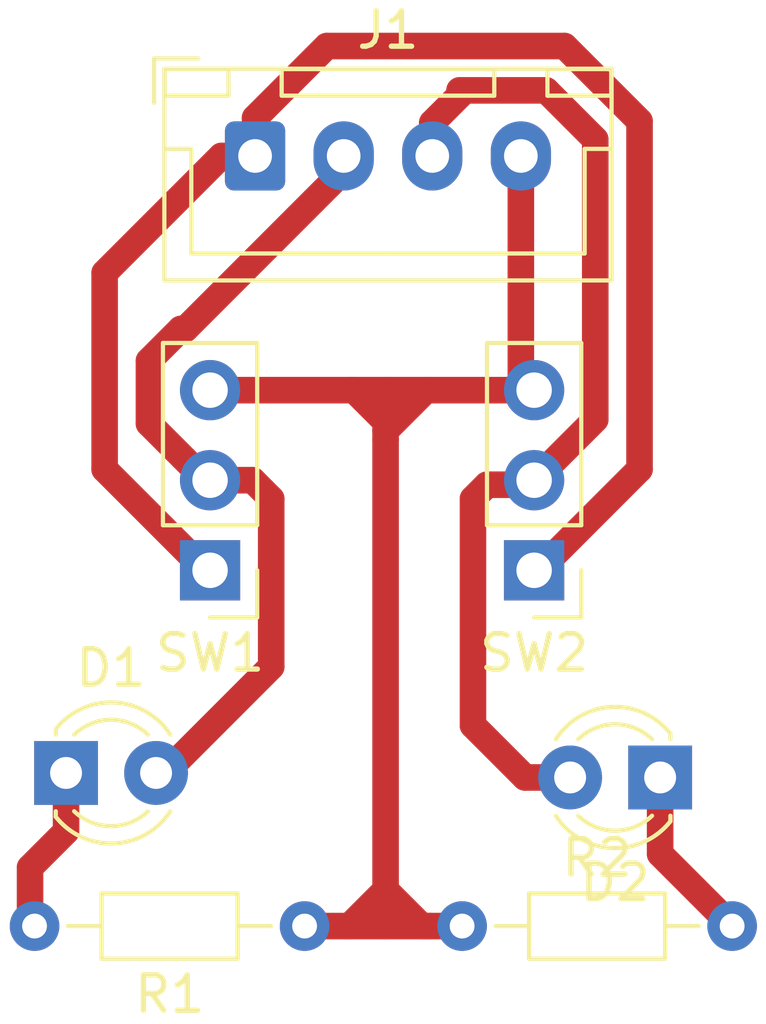
<source format=kicad_pcb>
(kicad_pcb (version 20171130) (host pcbnew "(5.1.0)-1")

  (general
    (thickness 1.6)
    (drawings 0)
    (tracks 62)
    (zones 0)
    (modules 7)
    (nets 7)
  )

  (page A4)
  (layers
    (0 F.Cu signal)
    (31 B.Cu signal)
    (32 B.Adhes user)
    (33 F.Adhes user)
    (34 B.Paste user)
    (35 F.Paste user)
    (36 B.SilkS user)
    (37 F.SilkS user)
    (38 B.Mask user)
    (39 F.Mask user)
    (40 Dwgs.User user)
    (41 Cmts.User user)
    (42 Eco1.User user)
    (43 Eco2.User user)
    (44 Edge.Cuts user)
    (45 Margin user)
    (46 B.CrtYd user)
    (47 F.CrtYd user)
    (48 B.Fab user)
    (49 F.Fab user)
  )

  (setup
    (last_trace_width 0.75)
    (trace_clearance 0.5)
    (zone_clearance 0.508)
    (zone_45_only no)
    (trace_min 0.2)
    (via_size 1.5)
    (via_drill 0.8)
    (via_min_size 0.4)
    (via_min_drill 0.3)
    (uvia_size 0.3)
    (uvia_drill 0.1)
    (uvias_allowed no)
    (uvia_min_size 0.2)
    (uvia_min_drill 0.1)
    (edge_width 0.05)
    (segment_width 0.2)
    (pcb_text_width 0.3)
    (pcb_text_size 1.5 1.5)
    (mod_edge_width 0.12)
    (mod_text_size 1 1)
    (mod_text_width 0.15)
    (pad_size 1.524 1.524)
    (pad_drill 0.762)
    (pad_to_mask_clearance 0.051)
    (solder_mask_min_width 0.25)
    (aux_axis_origin 0 0)
    (visible_elements FFFFFF7F)
    (pcbplotparams
      (layerselection 0x010fc_ffffffff)
      (usegerberextensions false)
      (usegerberattributes false)
      (usegerberadvancedattributes false)
      (creategerberjobfile false)
      (excludeedgelayer true)
      (linewidth 0.100000)
      (plotframeref false)
      (viasonmask false)
      (mode 1)
      (useauxorigin false)
      (hpglpennumber 1)
      (hpglpenspeed 20)
      (hpglpendiameter 15.000000)
      (psnegative false)
      (psa4output false)
      (plotreference true)
      (plotvalue true)
      (plotinvisibletext false)
      (padsonsilk false)
      (subtractmaskfromsilk false)
      (outputformat 1)
      (mirror false)
      (drillshape 1)
      (scaleselection 1)
      (outputdirectory ""))
  )

  (net 0 "")
  (net 1 "Net-(D1-Pad1)")
  (net 2 out1)
  (net 3 out2)
  (net 4 "Net-(D2-Pad1)")
  (net 5 5v)
  (net 6 GND)

  (net_class Default "これはデフォルトのネット クラスです。"
    (clearance 0.5)
    (trace_width 0.75)
    (via_dia 1.5)
    (via_drill 0.8)
    (uvia_dia 0.3)
    (uvia_drill 0.1)
    (add_net 5v)
    (add_net GND)
    (add_net "Net-(D1-Pad1)")
    (add_net "Net-(D2-Pad1)")
    (add_net out1)
    (add_net out2)
  )

  (module LED_THT:LED_D3.0mm (layer F.Cu) (tedit 587A3A7B) (tstamp 6374FD9C)
    (at 177.8 79.883)
    (descr "LED, diameter 3.0mm, 2 pins")
    (tags "LED diameter 3.0mm 2 pins")
    (path /637430F4)
    (fp_text reference D1 (at 1.27 -2.96) (layer F.SilkS)
      (effects (font (size 1 1) (thickness 0.15)))
    )
    (fp_text value LED (at 1.27 2.96) (layer F.Fab)
      (effects (font (size 1 1) (thickness 0.15)))
    )
    (fp_arc (start 1.27 0) (end -0.23 -1.16619) (angle 284.3) (layer F.Fab) (width 0.1))
    (fp_arc (start 1.27 0) (end -0.29 -1.235516) (angle 108.8) (layer F.SilkS) (width 0.12))
    (fp_arc (start 1.27 0) (end -0.29 1.235516) (angle -108.8) (layer F.SilkS) (width 0.12))
    (fp_arc (start 1.27 0) (end 0.229039 -1.08) (angle 87.9) (layer F.SilkS) (width 0.12))
    (fp_arc (start 1.27 0) (end 0.229039 1.08) (angle -87.9) (layer F.SilkS) (width 0.12))
    (fp_circle (center 1.27 0) (end 2.77 0) (layer F.Fab) (width 0.1))
    (fp_line (start -0.23 -1.16619) (end -0.23 1.16619) (layer F.Fab) (width 0.1))
    (fp_line (start -0.29 -1.236) (end -0.29 -1.08) (layer F.SilkS) (width 0.12))
    (fp_line (start -0.29 1.08) (end -0.29 1.236) (layer F.SilkS) (width 0.12))
    (fp_line (start -1.15 -2.25) (end -1.15 2.25) (layer F.CrtYd) (width 0.05))
    (fp_line (start -1.15 2.25) (end 3.7 2.25) (layer F.CrtYd) (width 0.05))
    (fp_line (start 3.7 2.25) (end 3.7 -2.25) (layer F.CrtYd) (width 0.05))
    (fp_line (start 3.7 -2.25) (end -1.15 -2.25) (layer F.CrtYd) (width 0.05))
    (pad 1 thru_hole rect (at 0 0) (size 1.8 1.8) (drill 0.9) (layers *.Cu *.Mask)
      (net 1 "Net-(D1-Pad1)"))
    (pad 2 thru_hole circle (at 2.54 0) (size 1.8 1.8) (drill 0.9) (layers *.Cu *.Mask)
      (net 2 out1))
    (model ${KISYS3DMOD}/LED_THT.3dshapes/LED_D3.0mm.wrl
      (at (xyz 0 0 0))
      (scale (xyz 1 1 1))
      (rotate (xyz 0 0 0))
    )
  )

  (module LED_THT:LED_D3.0mm (layer F.Cu) (tedit 587A3A7B) (tstamp 6374FDAF)
    (at 194.564 80.01 180)
    (descr "LED, diameter 3.0mm, 2 pins")
    (tags "LED diameter 3.0mm 2 pins")
    (path /6374A1BF)
    (fp_text reference D2 (at 1.27 -2.96 180) (layer F.SilkS)
      (effects (font (size 1 1) (thickness 0.15)))
    )
    (fp_text value LED (at 1.27 2.96 180) (layer F.Fab)
      (effects (font (size 1 1) (thickness 0.15)))
    )
    (fp_line (start 3.7 -2.25) (end -1.15 -2.25) (layer F.CrtYd) (width 0.05))
    (fp_line (start 3.7 2.25) (end 3.7 -2.25) (layer F.CrtYd) (width 0.05))
    (fp_line (start -1.15 2.25) (end 3.7 2.25) (layer F.CrtYd) (width 0.05))
    (fp_line (start -1.15 -2.25) (end -1.15 2.25) (layer F.CrtYd) (width 0.05))
    (fp_line (start -0.29 1.08) (end -0.29 1.236) (layer F.SilkS) (width 0.12))
    (fp_line (start -0.29 -1.236) (end -0.29 -1.08) (layer F.SilkS) (width 0.12))
    (fp_line (start -0.23 -1.16619) (end -0.23 1.16619) (layer F.Fab) (width 0.1))
    (fp_circle (center 1.27 0) (end 2.77 0) (layer F.Fab) (width 0.1))
    (fp_arc (start 1.27 0) (end 0.229039 1.08) (angle -87.9) (layer F.SilkS) (width 0.12))
    (fp_arc (start 1.27 0) (end 0.229039 -1.08) (angle 87.9) (layer F.SilkS) (width 0.12))
    (fp_arc (start 1.27 0) (end -0.29 1.235516) (angle -108.8) (layer F.SilkS) (width 0.12))
    (fp_arc (start 1.27 0) (end -0.29 -1.235516) (angle 108.8) (layer F.SilkS) (width 0.12))
    (fp_arc (start 1.27 0) (end -0.23 -1.16619) (angle 284.3) (layer F.Fab) (width 0.1))
    (pad 2 thru_hole circle (at 2.54 0 180) (size 1.8 1.8) (drill 0.9) (layers *.Cu *.Mask)
      (net 3 out2))
    (pad 1 thru_hole rect (at 0 0 180) (size 1.8 1.8) (drill 0.9) (layers *.Cu *.Mask)
      (net 4 "Net-(D2-Pad1)"))
    (model ${KISYS3DMOD}/LED_THT.3dshapes/LED_D3.0mm.wrl
      (at (xyz 0 0 0))
      (scale (xyz 1 1 1))
      (rotate (xyz 0 0 0))
    )
  )

  (module Connector_JST:JST_XH_B4B-XH-A_1x04_P2.50mm_Vertical (layer F.Cu) (tedit 5C28146C) (tstamp 6374FDDA)
    (at 183.134 62.484)
    (descr "JST XH series connector, B4B-XH-A (http://www.jst-mfg.com/product/pdf/eng/eXH.pdf), generated with kicad-footprint-generator")
    (tags "connector JST XH vertical")
    (path /63748153)
    (fp_text reference J1 (at 3.75 -3.55) (layer F.SilkS)
      (effects (font (size 1 1) (thickness 0.15)))
    )
    (fp_text value Conn_01x04_Male (at 3.75 4.6) (layer F.Fab)
      (effects (font (size 1 1) (thickness 0.15)))
    )
    (fp_line (start -2.45 -2.35) (end -2.45 3.4) (layer F.Fab) (width 0.1))
    (fp_line (start -2.45 3.4) (end 9.95 3.4) (layer F.Fab) (width 0.1))
    (fp_line (start 9.95 3.4) (end 9.95 -2.35) (layer F.Fab) (width 0.1))
    (fp_line (start 9.95 -2.35) (end -2.45 -2.35) (layer F.Fab) (width 0.1))
    (fp_line (start -2.56 -2.46) (end -2.56 3.51) (layer F.SilkS) (width 0.12))
    (fp_line (start -2.56 3.51) (end 10.06 3.51) (layer F.SilkS) (width 0.12))
    (fp_line (start 10.06 3.51) (end 10.06 -2.46) (layer F.SilkS) (width 0.12))
    (fp_line (start 10.06 -2.46) (end -2.56 -2.46) (layer F.SilkS) (width 0.12))
    (fp_line (start -2.95 -2.85) (end -2.95 3.9) (layer F.CrtYd) (width 0.05))
    (fp_line (start -2.95 3.9) (end 10.45 3.9) (layer F.CrtYd) (width 0.05))
    (fp_line (start 10.45 3.9) (end 10.45 -2.85) (layer F.CrtYd) (width 0.05))
    (fp_line (start 10.45 -2.85) (end -2.95 -2.85) (layer F.CrtYd) (width 0.05))
    (fp_line (start -0.625 -2.35) (end 0 -1.35) (layer F.Fab) (width 0.1))
    (fp_line (start 0 -1.35) (end 0.625 -2.35) (layer F.Fab) (width 0.1))
    (fp_line (start 0.75 -2.45) (end 0.75 -1.7) (layer F.SilkS) (width 0.12))
    (fp_line (start 0.75 -1.7) (end 6.75 -1.7) (layer F.SilkS) (width 0.12))
    (fp_line (start 6.75 -1.7) (end 6.75 -2.45) (layer F.SilkS) (width 0.12))
    (fp_line (start 6.75 -2.45) (end 0.75 -2.45) (layer F.SilkS) (width 0.12))
    (fp_line (start -2.55 -2.45) (end -2.55 -1.7) (layer F.SilkS) (width 0.12))
    (fp_line (start -2.55 -1.7) (end -0.75 -1.7) (layer F.SilkS) (width 0.12))
    (fp_line (start -0.75 -1.7) (end -0.75 -2.45) (layer F.SilkS) (width 0.12))
    (fp_line (start -0.75 -2.45) (end -2.55 -2.45) (layer F.SilkS) (width 0.12))
    (fp_line (start 8.25 -2.45) (end 8.25 -1.7) (layer F.SilkS) (width 0.12))
    (fp_line (start 8.25 -1.7) (end 10.05 -1.7) (layer F.SilkS) (width 0.12))
    (fp_line (start 10.05 -1.7) (end 10.05 -2.45) (layer F.SilkS) (width 0.12))
    (fp_line (start 10.05 -2.45) (end 8.25 -2.45) (layer F.SilkS) (width 0.12))
    (fp_line (start -2.55 -0.2) (end -1.8 -0.2) (layer F.SilkS) (width 0.12))
    (fp_line (start -1.8 -0.2) (end -1.8 2.75) (layer F.SilkS) (width 0.12))
    (fp_line (start -1.8 2.75) (end 3.75 2.75) (layer F.SilkS) (width 0.12))
    (fp_line (start 10.05 -0.2) (end 9.3 -0.2) (layer F.SilkS) (width 0.12))
    (fp_line (start 9.3 -0.2) (end 9.3 2.75) (layer F.SilkS) (width 0.12))
    (fp_line (start 9.3 2.75) (end 3.75 2.75) (layer F.SilkS) (width 0.12))
    (fp_line (start -1.6 -2.75) (end -2.85 -2.75) (layer F.SilkS) (width 0.12))
    (fp_line (start -2.85 -2.75) (end -2.85 -1.5) (layer F.SilkS) (width 0.12))
    (fp_text user %R (at 3.75 2.7) (layer F.Fab)
      (effects (font (size 1 1) (thickness 0.15)))
    )
    (pad 1 thru_hole roundrect (at 0 0) (size 1.7 1.95) (drill 0.95) (layers *.Cu *.Mask) (roundrect_rratio 0.147059)
      (net 5 5v))
    (pad 2 thru_hole oval (at 2.5 0) (size 1.7 1.95) (drill 0.95) (layers *.Cu *.Mask)
      (net 2 out1))
    (pad 3 thru_hole oval (at 5 0) (size 1.7 1.95) (drill 0.95) (layers *.Cu *.Mask)
      (net 3 out2))
    (pad 4 thru_hole oval (at 7.5 0) (size 1.7 1.95) (drill 0.95) (layers *.Cu *.Mask)
      (net 6 GND))
    (model ${KISYS3DMOD}/Connector_JST.3dshapes/JST_XH_B4B-XH-A_1x04_P2.50mm_Vertical.wrl
      (at (xyz 0 0 0))
      (scale (xyz 1 1 1))
      (rotate (xyz 0 0 0))
    )
  )

  (module Resistor_THT:R_Axial_DIN0204_L3.6mm_D1.6mm_P7.62mm_Horizontal (layer F.Cu) (tedit 5AE5139B) (tstamp 6374FDF1)
    (at 184.531 84.201 180)
    (descr "Resistor, Axial_DIN0204 series, Axial, Horizontal, pin pitch=7.62mm, 0.167W, length*diameter=3.6*1.6mm^2, http://cdn-reichelt.de/documents/datenblatt/B400/1_4W%23YAG.pdf")
    (tags "Resistor Axial_DIN0204 series Axial Horizontal pin pitch 7.62mm 0.167W length 3.6mm diameter 1.6mm")
    (path /6374356E)
    (fp_text reference R1 (at 3.81 -1.92 180) (layer F.SilkS)
      (effects (font (size 1 1) (thickness 0.15)))
    )
    (fp_text value R (at 3.81 1.92 180) (layer F.Fab)
      (effects (font (size 1 1) (thickness 0.15)))
    )
    (fp_line (start 2.01 -0.8) (end 2.01 0.8) (layer F.Fab) (width 0.1))
    (fp_line (start 2.01 0.8) (end 5.61 0.8) (layer F.Fab) (width 0.1))
    (fp_line (start 5.61 0.8) (end 5.61 -0.8) (layer F.Fab) (width 0.1))
    (fp_line (start 5.61 -0.8) (end 2.01 -0.8) (layer F.Fab) (width 0.1))
    (fp_line (start 0 0) (end 2.01 0) (layer F.Fab) (width 0.1))
    (fp_line (start 7.62 0) (end 5.61 0) (layer F.Fab) (width 0.1))
    (fp_line (start 1.89 -0.92) (end 1.89 0.92) (layer F.SilkS) (width 0.12))
    (fp_line (start 1.89 0.92) (end 5.73 0.92) (layer F.SilkS) (width 0.12))
    (fp_line (start 5.73 0.92) (end 5.73 -0.92) (layer F.SilkS) (width 0.12))
    (fp_line (start 5.73 -0.92) (end 1.89 -0.92) (layer F.SilkS) (width 0.12))
    (fp_line (start 0.94 0) (end 1.89 0) (layer F.SilkS) (width 0.12))
    (fp_line (start 6.68 0) (end 5.73 0) (layer F.SilkS) (width 0.12))
    (fp_line (start -0.95 -1.05) (end -0.95 1.05) (layer F.CrtYd) (width 0.05))
    (fp_line (start -0.95 1.05) (end 8.57 1.05) (layer F.CrtYd) (width 0.05))
    (fp_line (start 8.57 1.05) (end 8.57 -1.05) (layer F.CrtYd) (width 0.05))
    (fp_line (start 8.57 -1.05) (end -0.95 -1.05) (layer F.CrtYd) (width 0.05))
    (fp_text user %R (at 3.81 0 180) (layer F.Fab)
      (effects (font (size 0.72 0.72) (thickness 0.108)))
    )
    (pad 1 thru_hole circle (at 0 0 180) (size 1.4 1.4) (drill 0.7) (layers *.Cu *.Mask)
      (net 6 GND))
    (pad 2 thru_hole oval (at 7.62 0 180) (size 1.4 1.4) (drill 0.7) (layers *.Cu *.Mask)
      (net 1 "Net-(D1-Pad1)"))
    (model ${KISYS3DMOD}/Resistor_THT.3dshapes/R_Axial_DIN0204_L3.6mm_D1.6mm_P7.62mm_Horizontal.wrl
      (at (xyz 0 0 0))
      (scale (xyz 1 1 1))
      (rotate (xyz 0 0 0))
    )
  )

  (module Resistor_THT:R_Axial_DIN0204_L3.6mm_D1.6mm_P7.62mm_Horizontal (layer F.Cu) (tedit 5AE5139B) (tstamp 6374FE08)
    (at 188.976 84.201)
    (descr "Resistor, Axial_DIN0204 series, Axial, Horizontal, pin pitch=7.62mm, 0.167W, length*diameter=3.6*1.6mm^2, http://cdn-reichelt.de/documents/datenblatt/B400/1_4W%23YAG.pdf")
    (tags "Resistor Axial_DIN0204 series Axial Horizontal pin pitch 7.62mm 0.167W length 3.6mm diameter 1.6mm")
    (path /6374A1C5)
    (fp_text reference R2 (at 3.81 -1.92) (layer F.SilkS)
      (effects (font (size 1 1) (thickness 0.15)))
    )
    (fp_text value R (at 3.81 1.92) (layer F.Fab)
      (effects (font (size 1 1) (thickness 0.15)))
    )
    (fp_text user %R (at 3.81 0) (layer F.Fab)
      (effects (font (size 0.72 0.72) (thickness 0.108)))
    )
    (fp_line (start 8.57 -1.05) (end -0.95 -1.05) (layer F.CrtYd) (width 0.05))
    (fp_line (start 8.57 1.05) (end 8.57 -1.05) (layer F.CrtYd) (width 0.05))
    (fp_line (start -0.95 1.05) (end 8.57 1.05) (layer F.CrtYd) (width 0.05))
    (fp_line (start -0.95 -1.05) (end -0.95 1.05) (layer F.CrtYd) (width 0.05))
    (fp_line (start 6.68 0) (end 5.73 0) (layer F.SilkS) (width 0.12))
    (fp_line (start 0.94 0) (end 1.89 0) (layer F.SilkS) (width 0.12))
    (fp_line (start 5.73 -0.92) (end 1.89 -0.92) (layer F.SilkS) (width 0.12))
    (fp_line (start 5.73 0.92) (end 5.73 -0.92) (layer F.SilkS) (width 0.12))
    (fp_line (start 1.89 0.92) (end 5.73 0.92) (layer F.SilkS) (width 0.12))
    (fp_line (start 1.89 -0.92) (end 1.89 0.92) (layer F.SilkS) (width 0.12))
    (fp_line (start 7.62 0) (end 5.61 0) (layer F.Fab) (width 0.1))
    (fp_line (start 0 0) (end 2.01 0) (layer F.Fab) (width 0.1))
    (fp_line (start 5.61 -0.8) (end 2.01 -0.8) (layer F.Fab) (width 0.1))
    (fp_line (start 5.61 0.8) (end 5.61 -0.8) (layer F.Fab) (width 0.1))
    (fp_line (start 2.01 0.8) (end 5.61 0.8) (layer F.Fab) (width 0.1))
    (fp_line (start 2.01 -0.8) (end 2.01 0.8) (layer F.Fab) (width 0.1))
    (pad 2 thru_hole oval (at 7.62 0) (size 1.4 1.4) (drill 0.7) (layers *.Cu *.Mask)
      (net 4 "Net-(D2-Pad1)"))
    (pad 1 thru_hole circle (at 0 0) (size 1.4 1.4) (drill 0.7) (layers *.Cu *.Mask)
      (net 6 GND))
    (model ${KISYS3DMOD}/Resistor_THT.3dshapes/R_Axial_DIN0204_L3.6mm_D1.6mm_P7.62mm_Horizontal.wrl
      (at (xyz 0 0 0))
      (scale (xyz 1 1 1))
      (rotate (xyz 0 0 0))
    )
  )

  (module Connector_PinHeader_2.54mm:PinHeader_1x03_P2.54mm_Vertical (layer F.Cu) (tedit 59FED5CC) (tstamp 6374FE1F)
    (at 181.864 74.168 180)
    (descr "Through hole straight pin header, 1x03, 2.54mm pitch, single row")
    (tags "Through hole pin header THT 1x03 2.54mm single row")
    (path /6374399D)
    (fp_text reference SW1 (at 0 -2.33 180) (layer F.SilkS)
      (effects (font (size 1 1) (thickness 0.15)))
    )
    (fp_text value SW_DPDT_x2 (at 0 7.41 180) (layer F.Fab)
      (effects (font (size 1 1) (thickness 0.15)))
    )
    (fp_line (start -0.635 -1.27) (end 1.27 -1.27) (layer F.Fab) (width 0.1))
    (fp_line (start 1.27 -1.27) (end 1.27 6.35) (layer F.Fab) (width 0.1))
    (fp_line (start 1.27 6.35) (end -1.27 6.35) (layer F.Fab) (width 0.1))
    (fp_line (start -1.27 6.35) (end -1.27 -0.635) (layer F.Fab) (width 0.1))
    (fp_line (start -1.27 -0.635) (end -0.635 -1.27) (layer F.Fab) (width 0.1))
    (fp_line (start -1.33 6.41) (end 1.33 6.41) (layer F.SilkS) (width 0.12))
    (fp_line (start -1.33 1.27) (end -1.33 6.41) (layer F.SilkS) (width 0.12))
    (fp_line (start 1.33 1.27) (end 1.33 6.41) (layer F.SilkS) (width 0.12))
    (fp_line (start -1.33 1.27) (end 1.33 1.27) (layer F.SilkS) (width 0.12))
    (fp_line (start -1.33 0) (end -1.33 -1.33) (layer F.SilkS) (width 0.12))
    (fp_line (start -1.33 -1.33) (end 0 -1.33) (layer F.SilkS) (width 0.12))
    (fp_line (start -1.8 -1.8) (end -1.8 6.85) (layer F.CrtYd) (width 0.05))
    (fp_line (start -1.8 6.85) (end 1.8 6.85) (layer F.CrtYd) (width 0.05))
    (fp_line (start 1.8 6.85) (end 1.8 -1.8) (layer F.CrtYd) (width 0.05))
    (fp_line (start 1.8 -1.8) (end -1.8 -1.8) (layer F.CrtYd) (width 0.05))
    (fp_text user %R (at 0 2.54 270) (layer F.Fab)
      (effects (font (size 1 1) (thickness 0.15)))
    )
    (pad 1 thru_hole rect (at 0 0 180) (size 1.7 1.7) (drill 1) (layers *.Cu *.Mask)
      (net 5 5v))
    (pad 2 thru_hole oval (at 0 2.54 180) (size 1.7 1.7) (drill 1) (layers *.Cu *.Mask)
      (net 2 out1))
    (pad 3 thru_hole oval (at 0 5.08 180) (size 1.7 1.7) (drill 1) (layers *.Cu *.Mask)
      (net 6 GND))
    (model ${KISYS3DMOD}/Connector_PinHeader_2.54mm.3dshapes/PinHeader_1x03_P2.54mm_Vertical.wrl
      (at (xyz 0 0 0))
      (scale (xyz 1 1 1))
      (rotate (xyz 0 0 0))
    )
  )

  (module Connector_PinHeader_2.54mm:PinHeader_1x03_P2.54mm_Vertical (layer F.Cu) (tedit 59FED5CC) (tstamp 63750078)
    (at 191.008 74.168 180)
    (descr "Through hole straight pin header, 1x03, 2.54mm pitch, single row")
    (tags "Through hole pin header THT 1x03 2.54mm single row")
    (path /6374C4D6)
    (fp_text reference SW2 (at 0 -2.33 180) (layer F.SilkS)
      (effects (font (size 1 1) (thickness 0.15)))
    )
    (fp_text value SW_DPDT_x2 (at 0 7.41 180) (layer F.Fab)
      (effects (font (size 1 1) (thickness 0.15)))
    )
    (fp_line (start -0.635 -1.27) (end 1.27 -1.27) (layer F.Fab) (width 0.1))
    (fp_line (start 1.27 -1.27) (end 1.27 6.35) (layer F.Fab) (width 0.1))
    (fp_line (start 1.27 6.35) (end -1.27 6.35) (layer F.Fab) (width 0.1))
    (fp_line (start -1.27 6.35) (end -1.27 -0.635) (layer F.Fab) (width 0.1))
    (fp_line (start -1.27 -0.635) (end -0.635 -1.27) (layer F.Fab) (width 0.1))
    (fp_line (start -1.33 6.41) (end 1.33 6.41) (layer F.SilkS) (width 0.12))
    (fp_line (start -1.33 1.27) (end -1.33 6.41) (layer F.SilkS) (width 0.12))
    (fp_line (start 1.33 1.27) (end 1.33 6.41) (layer F.SilkS) (width 0.12))
    (fp_line (start -1.33 1.27) (end 1.33 1.27) (layer F.SilkS) (width 0.12))
    (fp_line (start -1.33 0) (end -1.33 -1.33) (layer F.SilkS) (width 0.12))
    (fp_line (start -1.33 -1.33) (end 0 -1.33) (layer F.SilkS) (width 0.12))
    (fp_line (start -1.8 -1.8) (end -1.8 6.85) (layer F.CrtYd) (width 0.05))
    (fp_line (start -1.8 6.85) (end 1.8 6.85) (layer F.CrtYd) (width 0.05))
    (fp_line (start 1.8 6.85) (end 1.8 -1.8) (layer F.CrtYd) (width 0.05))
    (fp_line (start 1.8 -1.8) (end -1.8 -1.8) (layer F.CrtYd) (width 0.05))
    (fp_text user %R (at 0 2.54 270) (layer F.Fab)
      (effects (font (size 1 1) (thickness 0.15)))
    )
    (pad 1 thru_hole rect (at 0 0 180) (size 1.7 1.7) (drill 1) (layers *.Cu *.Mask)
      (net 5 5v))
    (pad 2 thru_hole oval (at 0 2.54 180) (size 1.7 1.7) (drill 1) (layers *.Cu *.Mask)
      (net 3 out2))
    (pad 3 thru_hole oval (at 0 5.08 180) (size 1.7 1.7) (drill 1) (layers *.Cu *.Mask)
      (net 6 GND))
    (model ${KISYS3DMOD}/Connector_PinHeader_2.54mm.3dshapes/PinHeader_1x03_P2.54mm_Vertical.wrl
      (at (xyz 0 0 0))
      (scale (xyz 1 1 1))
      (rotate (xyz 0 0 0))
    )
  )

  (segment (start 177.8 81.533) (end 176.784 82.549) (width 0.75) (layer F.Cu) (net 1))
  (segment (start 177.8 79.883) (end 177.8 81.533) (width 0.75) (layer F.Cu) (net 1))
  (segment (start 176.784 82.549) (end 176.784 84.201) (width 0.75) (layer F.Cu) (net 1))
  (segment (start 180.138999 68.259999) (end 180.138999 70.029999) (width 0.75) (layer F.Cu) (net 2))
  (segment (start 181.035999 67.362999) (end 180.138999 68.259999) (width 0.75) (layer F.Cu) (net 2))
  (segment (start 181.171009 67.362999) (end 181.035999 67.362999) (width 0.75) (layer F.Cu) (net 2))
  (segment (start 185.634 62.484) (end 185.634 62.900008) (width 0.75) (layer F.Cu) (net 2))
  (segment (start 185.634 62.900008) (end 181.171009 67.362999) (width 0.75) (layer F.Cu) (net 2))
  (segment (start 180.138999 70.029999) (end 181.737 71.628) (width 0.75) (layer F.Cu) (net 2))
  (segment (start 181.737 71.628) (end 181.737 71.501) (width 0.75) (layer F.Cu) (net 2))
  (segment (start 183.589001 72.15092) (end 183.589001 76.887999) (width 0.75) (layer F.Cu) (net 2))
  (segment (start 181.864 71.628) (end 183.066081 71.628) (width 0.75) (layer F.Cu) (net 2))
  (segment (start 183.066081 71.628) (end 183.589001 72.15092) (width 0.75) (layer F.Cu) (net 2))
  (segment (start 183.589001 76.887999) (end 180.34 80.137) (width 0.75) (layer F.Cu) (net 2))
  (segment (start 192.733001 69.916001) (end 191.148002 71.501) (width 0.75) (layer F.Cu) (net 3))
  (segment (start 192.733001 62.018469) (end 192.733001 69.916001) (width 0.75) (layer F.Cu) (net 3))
  (segment (start 191.348522 60.63399) (end 192.733001 62.018469) (width 0.75) (layer F.Cu) (net 3))
  (segment (start 191.148002 71.501) (end 191.008 71.501) (width 0.75) (layer F.Cu) (net 3))
  (segment (start 188.90399 60.77801) (end 188.134 61.548) (width 0.75) (layer F.Cu) (net 3))
  (segment (start 188.90399 60.63399) (end 188.90399 60.77801) (width 0.75) (layer F.Cu) (net 3))
  (segment (start 188.134 62.484) (end 188.134 61.548) (width 0.75) (layer F.Cu) (net 3))
  (segment (start 188.90399 60.63399) (end 191.348522 60.63399) (width 0.75) (layer F.Cu) (net 3))
  (segment (start 189.282999 78.541791) (end 189.282999 72.15092) (width 0.75) (layer F.Cu) (net 3))
  (segment (start 192.024 80.01) (end 190.751208 80.01) (width 0.75) (layer F.Cu) (net 3))
  (segment (start 190.751208 80.01) (end 189.282999 78.541791) (width 0.75) (layer F.Cu) (net 3))
  (segment (start 189.282999 72.15092) (end 189.678919 71.755) (width 0.75) (layer F.Cu) (net 3))
  (segment (start 189.678919 71.755) (end 191.008 71.755) (width 0.75) (layer F.Cu) (net 3))
  (segment (start 194.564 80.01) (end 194.564 82.169) (width 0.75) (layer F.Cu) (net 4))
  (segment (start 194.564 82.169) (end 196.596 84.201) (width 0.75) (layer F.Cu) (net 4))
  (segment (start 193.983011 61.500698) (end 193.983011 71.319989) (width 0.75) (layer F.Cu) (net 5))
  (segment (start 191.866293 59.38398) (end 193.983011 61.500698) (width 0.75) (layer F.Cu) (net 5))
  (segment (start 185.15902 59.38398) (end 191.866293 59.38398) (width 0.75) (layer F.Cu) (net 5))
  (segment (start 183.134 62.484) (end 183.134 61.409) (width 0.75) (layer F.Cu) (net 5))
  (segment (start 183.134 61.409) (end 185.15902 59.38398) (width 0.75) (layer F.Cu) (net 5))
  (segment (start 193.983011 71.319989) (end 191.008 74.295) (width 0.75) (layer F.Cu) (net 5))
  (segment (start 178.888989 65.779011) (end 178.888989 71.319989) (width 0.75) (layer F.Cu) (net 5))
  (segment (start 183.134 62.484) (end 182.184 62.484) (width 0.75) (layer F.Cu) (net 5))
  (segment (start 182.184 62.484) (end 178.888989 65.779011) (width 0.75) (layer F.Cu) (net 5))
  (segment (start 178.888989 71.319989) (end 181.737 74.168) (width 0.75) (layer F.Cu) (net 5))
  (segment (start 190.634 62.484) (end 190.634 68.714) (width 0.75) (layer F.Cu) (net 6))
  (segment (start 190.634 68.714) (end 191.008 69.088) (width 0.75) (layer F.Cu) (net 6))
  (segment (start 190.881 69.088) (end 191.008 68.961) (width 0.75) (layer F.Cu) (net 6))
  (segment (start 185.801 69.088) (end 186.817 69.088) (width 0.75) (layer F.Cu) (net 6))
  (segment (start 181.864 69.088) (end 185.801 69.088) (width 0.75) (layer F.Cu) (net 6))
  (segment (start 187.96 69.088) (end 186.817 70.231) (width 0.75) (layer F.Cu) (net 6))
  (segment (start 186.817 70.485) (end 186.817 70.231) (width 0.75) (layer F.Cu) (net 6))
  (segment (start 187.96 69.088) (end 190.881 69.088) (width 0.75) (layer F.Cu) (net 6))
  (segment (start 186.817 69.088) (end 187.96 69.088) (width 0.75) (layer F.Cu) (net 6))
  (segment (start 185.928 69.088) (end 186.817 69.977) (width 0.75) (layer F.Cu) (net 6))
  (segment (start 185.801 69.088) (end 185.928 69.088) (width 0.75) (layer F.Cu) (net 6))
  (segment (start 186.817 70.231) (end 186.817 69.977) (width 0.75) (layer F.Cu) (net 6))
  (segment (start 186.817 69.977) (end 186.817 69.088) (width 0.75) (layer F.Cu) (net 6))
  (segment (start 185.801 84.201) (end 186.817 83.185) (width 0.75) (layer F.Cu) (net 6))
  (segment (start 185.674 84.201) (end 185.801 84.201) (width 0.75) (layer F.Cu) (net 6))
  (segment (start 186.817 83.185) (end 186.817 70.485) (width 0.75) (layer F.Cu) (net 6))
  (segment (start 186.817 84.201) (end 186.817 83.185) (width 0.75) (layer F.Cu) (net 6))
  (segment (start 185.674 84.201) (end 186.817 84.201) (width 0.75) (layer F.Cu) (net 6))
  (segment (start 184.531 84.201) (end 185.674 84.201) (width 0.75) (layer F.Cu) (net 6))
  (segment (start 187.833 84.201) (end 186.817 83.185) (width 0.75) (layer F.Cu) (net 6))
  (segment (start 188.087 84.201) (end 187.833 84.201) (width 0.75) (layer F.Cu) (net 6))
  (segment (start 188.087 84.201) (end 189.103 84.201) (width 0.75) (layer F.Cu) (net 6))
  (segment (start 186.817 84.201) (end 188.087 84.201) (width 0.75) (layer F.Cu) (net 6))

)

</source>
